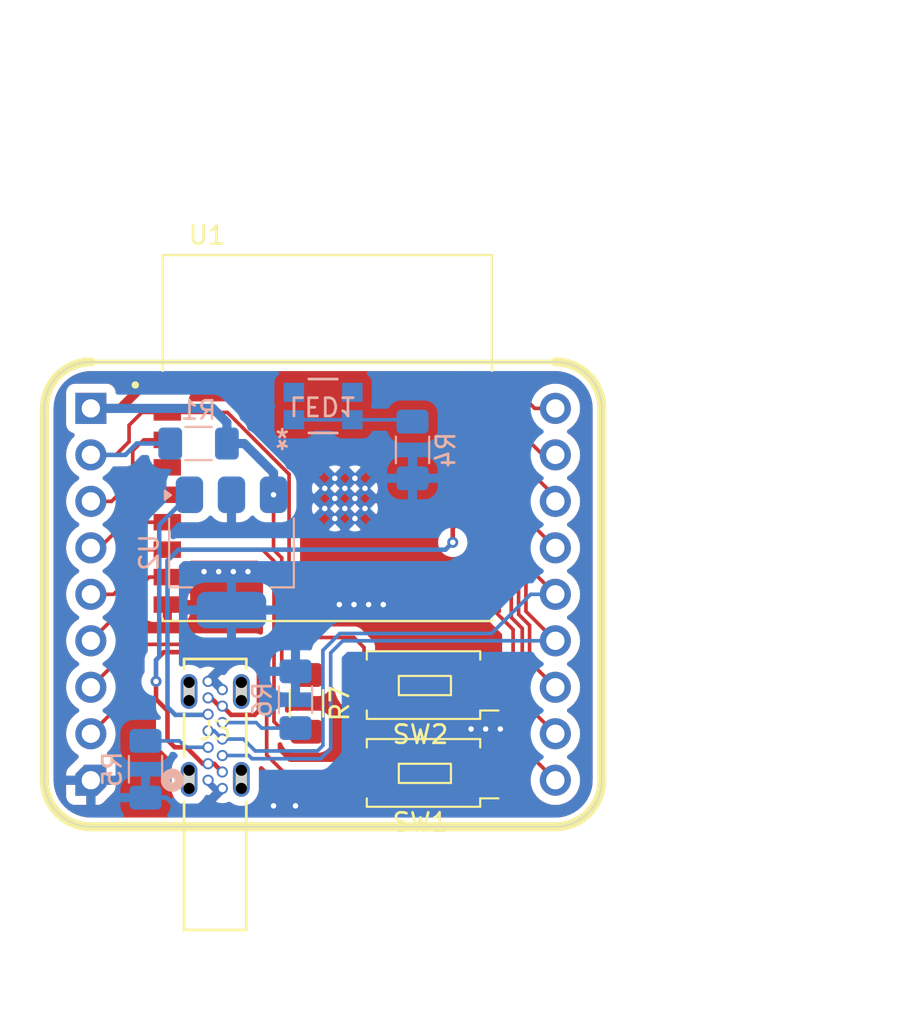
<source format=kicad_pcb>
(kicad_pcb (version 20240108) (generator "pcbnew") (generator_version "8.0")
  (layers (0 "F.Cu" signal) (31 "B.Cu" signal) (34 "B.Paste" user) (35 "F.Paste" user) (36 "B.SilkS" user "B.Silkscreen") (37 "F.SilkS" user "F.Silkscreen") (38 "B.Mask" user) (39 "F.Mask" user) (44 "Edge.Cuts" user))
  (net 0 "")
  (net 1 "GPIO3")
  (net 2 "GND")
  (net 3 "GPIO2")
  (net 4 "GPIO1")
  (net 5 "GPIO0")
  (net 6 "GPIO4")
  (net 7 "VBUS")
  (net 8 "GPIO7")
  (net 9 "USB_D+")
  (net 10 "UART-RX")
  (net 11 "USB_D-")
  (net 12 "GPIO5")
  (net 13 "GPIO8")
  (net 14 "UART-TX")
  (net 15 "GPIO10")
  (net 16 "EN")
  (net 17 "GPIO9")
  (net 18 "3V3")
  (net 19 "GPIO6")
  (net 21 "Net-(LED1-GND-Pad1)")
  (net 22 "Net-(J3-CC2)")
  (net 23 "Net-(J3-CC1)")
  (footprint "Alexander Footprint Library:ESP32-C3-WROOM-02-H4" (layer "F.Cu") (at 156.94 61.1)
    (property "Reference" "U1" (at -6.575 -11.085 0) (layer "F.SilkS"))
    (property "Value" "ESP32-C3-WROOM-02-N4")
    (fp_line (start -9 -10) (end -9 -3.67) (stroke (width 0.127)) (layer "F.SilkS"))
    (fp_line (start -9 10) (end -9 9.87) (stroke (width 0.127)) (layer "F.SilkS"))
    (fp_line (start -9 10) (end 9 10) (stroke (width 0.127)) (layer "F.SilkS"))
    (fp_line (start 9 -10) (end -9 -10) (stroke (width 0.127)) (layer "F.SilkS"))
    (fp_line (start 9 -3.67) (end 9 -10) (stroke (width 0.127)) (layer "F.SilkS"))
    (fp_line (start 9 10) (end 9 9.87) (stroke (width 0.127)) (layer "F.SilkS"))
    (fp_circle (center -10.5 -2.9) (end -10.4 -2.9) (stroke (width 0.2)) (fill none) (layer "F.SilkS"))
    (pad "1" smd rect (at -8.75 -2.9) (size 1.5 0.9) (layers "F.Cu" "F.Paste" "F.Mask") (net 18 "3V3"))
    (pad "2" smd rect (at -8.75 -1.4) (size 1.5 0.9) (layers "F.Cu" "F.Paste" "F.Mask") (net 16 "EN"))
    (pad "3" smd rect (at -8.75 0.1) (size 1.5 0.9) (layers "F.Cu" "F.Paste" "F.Mask") (net 6 "GPIO4"))
    (pad "4" smd rect (at -8.75 1.6) (size 1.5 0.9) (layers "F.Cu" "F.Paste" "F.Mask") (net 12 "GPIO5"))
    (pad "5" smd rect (at -8.75 3.1) (size 1.5 0.9) (layers "F.Cu" "F.Paste" "F.Mask") (net 19 "GPIO6"))
    (pad "6" smd rect (at -8.75 4.6) (size 1.5 0.9) (layers "F.Cu" "F.Paste" "F.Mask") (net 8 "GPIO7"))
    (pad "7" smd rect (at -8.75 6.1) (size 1.5 0.9) (layers "F.Cu" "F.Paste" "F.Mask") (net 13 "GPIO8"))
    (pad "8" smd rect (at -8.75 7.6) (size 1.5 0.9) (layers "F.Cu" "F.Paste" "F.Mask") (net 17 "GPIO9"))
    (pad "9" smd rect (at -8.75 9.1) (size 1.5 0.9) (layers "F.Cu" "F.Paste" "F.Mask") (net 2 "GND"))
    (pad "10" smd rect (at 8.75 9.1) (size 1.5 0.9) (layers "F.Cu" "F.Paste" "F.Mask") (net 15 "GPIO10"))
    (pad "11" smd rect (at 8.75 7.6) (size 1.5 0.9) (layers "F.Cu" "F.Paste" "F.Mask") (net 10 "UART-RX"))
    (pad "12" smd rect (at 8.75 6.1) (size 1.5 0.9) (layers "F.Cu" "F.Paste" "F.Mask") (net 14 "UART-TX"))
    (pad "13" smd rect (at 8.75 4.6) (size 1.5 0.9) (layers "F.Cu" "F.Paste" "F.Mask") (net 11 "USB_D-"))
    (pad "14" smd rect (at 8.75 3.1) (size 1.5 0.9) (layers "F.Cu" "F.Paste" "F.Mask") (net 9 "USB_D+"))
    (pad "15" smd rect (at 8.75 1.6) (size 1.5 0.9) (layers "F.Cu" "F.Paste" "F.Mask") (net 1 "GPIO3"))
    (pad "16" smd rect (at 8.75 0.1) (size 1.5 0.9) (layers "F.Cu" "F.Paste" "F.Mask") (net 3 "GPIO2"))
    (pad "17" smd rect (at 8.75 -1.4) (size 1.5 0.9) (layers "F.Cu" "F.Paste" "F.Mask") (net 4 "GPIO1"))
    (pad "18" smd rect (at 8.75 -2.9) (size 1.5 0.9) (layers "F.Cu" "F.Paste" "F.Mask") (net 5 "GPIO0"))
    (pad "19" smd rect (at -0.14 2.2) (size 0.7 0.7) (layers "F.Cu" "F.Paste" "F.Mask") (net 2 "GND"))
    (pad "20" smd rect (at 0.96 2.2) (size 0.7 0.7) (layers "F.Cu" "F.Paste" "F.Mask") (net 2 "GND"))
    (pad "21" smd rect (at 2.06 2.2) (size 0.7 0.7) (layers "F.Cu" "F.Paste" "F.Mask") (net 2 "GND"))
    (pad "22" smd rect (at -0.14 3.3) (size 0.7 0.7) (layers "F.Cu" "F.Paste" "F.Mask") (net 2 "GND"))
    (pad "23" smd rect (at 0.96 3.3) (size 0.7 0.7) (layers "F.Cu" "F.Paste" "F.Mask") (net 2 "GND"))
    (pad "24" smd rect (at 2.06 3.3) (size 0.7 0.7) (layers "F.Cu" "F.Paste" "F.Mask") (net 2 "GND"))
    (pad "25" smd rect (at -0.14 4.4) (size 0.7 0.7) (layers "F.Cu" "F.Paste" "F.Mask") (net 2 "GND"))
    (pad "26" smd rect (at 0.96 4.4) (size 0.7 0.7) (layers "F.Cu" "F.Paste" "F.Mask") (net 2 "GND"))
    (pad "27" smd rect (at 2.06 4.4) (size 0.7 0.7) (layers "F.Cu" "F.Paste" "F.Mask") (net 2 "GND"))
    (pad "28" thru_hole circle (at 0.41 2.2) (size 0.4 0.4) (drill 0.3) (layers "*.Cu") (net 2 "GND"))
    (pad "29" thru_hole circle (at 1.51 2.2) (size 0.4 0.4) (drill 0.3) (layers "*.Cu") (net 2 "GND"))
    (pad "30" thru_hole circle (at -0.14 2.75) (size 0.4 0.4) (drill 0.3) (layers "*.Cu") (net 2 "GND"))
    (pad "31" thru_hole circle (at 0.96 2.75) (size 0.4 0.4) (drill 0.3) (layers "*.Cu") (net 2 "GND"))
    (pad "32" thru_hole circle (at 2.06 2.75) (size 0.4 0.4) (drill 0.3) (layers "*.Cu") (net 2 "GND"))
    (pad "33" thru_hole circle (at 0.41 3.3) (size 0.4 0.4) (drill 0.3) (layers "*.Cu") (net 2 "GND"))
    (pad "34" thru_hole circle (at 1.51 3.3) (size 0.4 0.4) (drill 0.3) (layers "*.Cu") (net 2 "GND"))
    (pad "35" thru_hole circle (at -0.14 3.85) (size 0.4 0.4) (drill 0.3) (layers "*.Cu") (net 2 "GND"))
    (pad "36" thru_hole circle (at 0.96 3.85) (size 0.4 0.4) (drill 0.3) (layers "*.Cu") (net 2 "GND"))
    (pad "37" thru_hole circle (at 2.06 3.85) (size 0.4 0.4) (drill 0.3) (layers "*.Cu") (net 2 "GND"))
    (pad "38" thru_hole circle (at 0.41 4.4) (size 0.4 0.4) (drill 0.3) (layers "*.Cu") (net 2 "GND"))
    (pad "39" thru_hole circle (at 1.51 4.4) (size 0.4 0.4) (drill 0.3) (layers "*.Cu") (net 2 "GND"))
    (zone (net 0) (net_name "") (layer "F.Cu") (connect_pads (clearance 0)) (min_thickness 0.01)
      (keepout (tracks not_allowed) (vias not_allowed) (pads not_allowed) (copperpour not_allowed) (footprints allowed))
      (fill (thermal_gap 0.508) (thermal_bridge_width 0.508))
      (polygon (pts (xy 147.94 51.1) (xy 165.94 51.1) (xy 165.94 57.1) (xy 147.94 57.1)))
    )
    (zone (net 0) (net_name "") (layer "B.Cu") (connect_pads (clearance 0)) (min_thickness 0.01)
      (keepout (tracks not_allowed) (vias not_allowed) (pads not_allowed) (copperpour not_allowed) (footprints allowed))
      (fill (thermal_gap 0.508) (thermal_bridge_width 0.508))
      (polygon (pts (xy 147.94 51.1) (xy 165.94 51.1) (xy 165.94 57.1) (xy 147.94 57.1)))
    )
  )
  (footprint "Alexander Footprint Library:SW_PUSH_6x3.5mm" (layer "F.Cu") (at 165.45 79.4 180)
    (property "Reference" "SW1" (at 3.42 -2.7 360) (layer "F.SilkS"))
    (property "Value" "SW_Push_SMD_6x3.5")
    (fp_line (start 6.35 1.39) (end 6.35 1.85) (stroke (width 0.12)) (layer "F.SilkS"))
    (fp_line (start 6.35 -1.85) (end 6.35 -1.39) (stroke (width 0.12)) (layer "F.SilkS"))
    (fp_line (start 6.35 -1.85) (end 0.15 -1.85) (stroke (width 0.12)) (layer "F.SilkS"))
    (fp_line (start 0.15 1.85) (end 6.35 1.85) (stroke (width 0.12)) (layer "F.SilkS"))
    (fp_line (start 0.15 1.39) (end 0.15 1.85) (stroke (width 0.12)) (layer "F.SilkS"))
    (fp_line (start 0.15 -1.39) (end -0.85 -1.39) (stroke (width 0.12)) (layer "F.SilkS"))
    (fp_line (start 0.15 -1.85) (end 0.15 -1.39) (stroke (width 0.12)) (layer "F.SilkS"))
    (fp_rect (start 1.75 -0.55) (end 4.6 0.5) (stroke (width 0.12)) (fill none) (layer "F.SilkS"))
    (pad "1" smd rect (at 0 0 270) (size 2.25 2.25) (layers "F.Cu" "F.Paste" "F.Mask") (net 2 "GND"))
    (pad "2" smd oval (at 6.5 0 270) (size 2.25 2.25) (layers "F.Cu" "F.Paste" "F.Mask") (net 17 "GPIO9"))
  )
  (footprint "Alexander Footprint Library:USB-C_KUSBX-SL-CS1N14-B_KYC" (layer "F.Cu") (at 150.419999 79.799999)
    (property "Reference" "J3" (at 0.39 -2.7 0) (layer "F.SilkS"))
    (property "Value" "USB-C_KUSBX-SL-CS1N14-B")
    (fp_circle (center -1.9468 0) (end -1.5658 0) (stroke (width 0.508)) (fill none) (layer "B.SilkS"))
    (fp_line (start -1.3118 -6.627) (end -1.3118 -6.087007) (stroke (width 0.1524)) (layer "F.SilkS"))
    (fp_line (start -1.3118 -3.612992) (end -1.3118 -1.287007) (stroke (width 0.1524)) (layer "F.SilkS"))
    (fp_line (start -1.3118 1.187007) (end -1.3118 8.1812) (stroke (width 0.1524)) (layer "F.SilkS"))
    (fp_line (start -1.3118 8.1812) (end 2.0918 8.1812) (stroke (width 0.1524)) (layer "F.SilkS"))
    (fp_line (start 2.0918 -6.627) (end -1.3118 -6.627) (stroke (width 0.1524)) (layer "F.SilkS"))
    (fp_line (start 2.0918 -6.087007) (end 2.0918 -6.627) (stroke (width 0.1524)) (layer "F.SilkS"))
    (fp_line (start 2.0918 -1.287007) (end 2.0918 -3.612992) (stroke (width 0.1524)) (layer "F.SilkS"))
    (fp_line (start 2.0918 8.1812) (end 2.0918 1.187007) (stroke (width 0.1524)) (layer "F.SilkS"))
    (fp_line (start -1.04 -4.354699) (end -1.04 -5.345299) (stroke (width 0.6096)) (layer "Edge.Cuts"))
    (fp_line (start -1.04 0.4453) (end -1.04 -0.5453) (stroke (width 0.6096)) (layer "Edge.Cuts"))
    (fp_line (start 1.82 -4.354699) (end 1.82 -5.345299) (stroke (width 0.6096)) (layer "Edge.Cuts"))
    (fp_line (start 1.82 0.4453) (end 1.82 -0.5453) (stroke (width 0.6096)) (layer "Edge.Cuts"))
    (pad "" np_thru_hole circle (at -1.04 -5.345299) (size 0.6096 0.6096) (drill 0.6096) (layers))
    (pad "" np_thru_hole circle (at -1.04 -4.354699) (size 0.6096 0.6096) (drill 0.6096) (layers))
    (pad "" np_thru_hole circle (at -1.04 -0.5453) (size 0.6096 0.6096) (drill 0.6096) (layers))
    (pad "" np_thru_hole circle (at -1.04 0.4453) (size 0.6096 0.6096) (drill 0.6096) (layers))
    (pad "" np_thru_hole circle (at 1.82 -5.345299) (size 0.6096 0.6096) (drill 0.6096) (layers))
    (pad "" np_thru_hole circle (at 1.82 -4.354699) (size 0.6096 0.6096) (drill 0.6096) (layers))
    (pad "" np_thru_hole circle (at 1.82 -0.5453) (size 0.6096 0.6096) (drill 0.6096) (layers))
    (pad "" np_thru_hole circle (at 1.82 0.4453) (size 0.6096 0.6096) (drill 0.6096) (layers))
    (pad "A1" thru_hole circle (at 0 0) (size 0.6096 0.6096) (drill 0.4064) (layers "*.Cu" "*.Mask") (net 2 "GND"))
    (pad "A4" thru_hole circle (at 0 -0.900001) (size 0.6096 0.6096) (drill 0.4064) (layers "*.Cu" "*.Mask") (net 7 "VBUS"))
    (pad "A5" thru_hole circle (at 0 -1.799999) (size 0.6096 0.6096) (drill 0.4064) (layers "*.Cu" "*.Mask") (net 23 "Net-(J3-CC1)"))
    (pad "A6" thru_hole circle (at 0 -2.7) (size 0.6096 0.6096) (drill 0.4064) (layers "*.Cu" "*.Mask") (net 9 "USB_D+"))
    (pad "A7" thru_hole circle (at 0 -3.6) (size 0.6096 0.6096) (drill 0.4064) (layers "*.Cu" "*.Mask") (net 11 "USB_D-"))
    (pad "A9" thru_hole circle (at 0 -4.499999) (size 0.6096 0.6096) (drill 0.4064) (layers "*.Cu" "*.Mask") (net 7 "VBUS"))
    (pad "A12" thru_hole circle (at 0 -5.399999) (size 0.6096 0.6096) (drill 0.4064) (layers "*.Cu" "*.Mask") (net 2 "GND"))
    (pad "B1" thru_hole circle (at 0.780001 -4.949999) (size 0.6096 0.6096) (drill 0.4064) (layers "*.Cu" "*.Mask") (net 2 "GND"))
    (pad "B4" thru_hole circle (at 0.780001 -4.049999) (size 0.6096 0.6096) (drill 0.4064) (layers "*.Cu" "*.Mask") (net 7 "VBUS"))
    (pad "B5" thru_hole circle (at 0.780001 -3.149999) (size 0.6096 0.6096) (drill 0.4064) (layers "*.Cu" "*.Mask") (net 22 "Net-(J3-CC2)"))
    (pad "B6" thru_hole circle (at 0.780001 -2.249999) (size 0.6096 0.6096) (drill 0.4064) (layers "*.Cu" "*.Mask") (net 9 "USB_D+"))
    (pad "B7" thru_hole circle (at 0.780001 -1.349999) (size 0.6096 0.6096) (drill 0.4064) (layers "*.Cu" "*.Mask") (net 11 "USB_D-"))
    (pad "B9" thru_hole circle (at 0.780001 -0.449999) (size 0.6096 0.6096) (drill 0.4064) (layers "*.Cu" "*.Mask") (net 7 "VBUS"))
    (pad "B12" thru_hole circle (at 0.780001 0.450001) (size 0.6096 0.6096) (drill 0.4064) (layers "*.Cu" "*.Mask") (net 2 "GND"))
    (pad "S_1" thru_hole oval (at -1.04 -0.05 90) (size 1.905 0.9144) (drill 0.0254) (layers "*.Cu" "*.Mask"))
    (pad "S_2" thru_hole oval (at 1.82 -0.05 90) (size 1.905 0.9144) (drill 0.0254) (layers "*.Cu" "*.Mask"))
    (pad "S_3" thru_hole oval (at -1.04 -4.849999 90) (size 1.905 0.9144) (drill 0.0254) (layers "*.Cu" "*.Mask"))
    (pad "S_4" thru_hole oval (at 1.82 -4.849999 90) (size 1.905 0.9144) (drill 0.0254) (layers "*.Cu" "*.Mask"))
  )
  (footprint "Resistor_SMD:R_1206_3216Metric_Pad1.30x1.75mm_HandSolder" (layer "F.Cu") (at 155.8 75.6 -90)
    (property "Reference" "R7" (at 0 -1.82 90) (layer "F.SilkS"))
    (property "Value" "10k")
    (fp_line (start -0.727064 0.91) (end 0.727064 0.91) (stroke (width 0.12)) (layer "F.SilkS"))
    (fp_line (start -0.727064 -0.91) (end 0.727064 -0.91) (stroke (width 0.12)) (layer "F.SilkS"))
    (pad "1" smd roundrect (at -1.55 0 270) (size 1.3 1.75) (layers "F.Cu" "F.Paste" "F.Mask") (roundrect_rratio 0.192308) (net 18 "3V3"))
    (pad "2" smd roundrect (at 1.55 0 270) (size 1.3 1.75) (layers "F.Cu" "F.Paste" "F.Mask") (roundrect_rratio 0.192308) (net 13 "GPIO8"))
  )
  (footprint "Alexander Footprint Library:Conn_ESP32-C3-WROOM-02" (layer "F.Cu") (at 159.25 64.56)
    (property "Reference" "J2" (hide yes))
    (property "Value" "~")
    (fp_line (start -17.78 -5.08) (end -17.78 15.24) (stroke (width 0.5)) (layer "F.SilkS"))
    (fp_line (start -15.24 -7.62) (end 10.16 -7.62) (stroke (width 0.25)) (layer "F.SilkS"))
    (fp_line (start -15.24 17.78) (end 10.16 17.78) (stroke (width 0.5)) (layer "F.SilkS"))
    (fp_line (start 12.7 -5.08) (end 12.7 15.24) (stroke (width 0.5)) (layer "F.SilkS"))
    (fp_arc (start -17.78 -5.08) (mid -17.036051 -6.876051) (end -15.24 -7.62) (stroke (width 0.5)) (layer "F.SilkS"))
    (fp_arc (start -15.24 17.78) (mid -17.036051 17.036051) (end -17.78 15.24) (stroke (width 0.5)) (layer "F.SilkS"))
    (fp_arc (start 10.16 -7.62) (mid 11.956051 -6.876051) (end 12.7 -5.08) (stroke (width 0.5)) (layer "F.SilkS"))
    (fp_arc (start 12.7 15.24) (mid 11.956051 17.036051) (end 10.16 17.78) (stroke (width 0.5)) (layer "F.SilkS"))
    (fp_line (start -17.78 15.24) (end -17.78 -5.08) (stroke (width 0.05)) (layer "Edge.Cuts"))
    (fp_line (start -15.24 -7.62) (end 10.16 -7.62) (stroke (width 0.05)) (layer "Edge.Cuts"))
    (fp_line (start 10.16 17.78) (end -15.24 17.78) (stroke (width 0.05)) (layer "Edge.Cuts"))
    (fp_line (start 12.7 -5.08) (end 12.7 15.24) (stroke (width 0.05)) (layer "Edge.Cuts"))
    (fp_arc (start -17.78 -5.08) (mid -17.036051 -6.876051) (end -15.24 -7.62) (stroke (width 0.05)) (layer "Edge.Cuts"))
    (fp_arc (start -15.24 17.78) (mid -17.036051 17.036051) (end -17.78 15.24) (stroke (width 0.05)) (layer "Edge.Cuts"))
    (fp_arc (start 10.16 -7.62) (mid 11.956051 -6.876051) (end 12.7 -5.08) (stroke (width 0.05)) (layer "Edge.Cuts"))
    (fp_arc (start 12.7 15.24) (mid 11.956051 17.036051) (end 10.16 17.78) (stroke (width 0.05)) (layer "Edge.Cuts"))
    (pad "1" thru_hole rect (at -15.24 -5.08) (size 1.7 1.7) (drill 1) (layers "*.Cu" "*.Mask") (net 18 "3V3"))
    (pad "2" thru_hole circle (at -15.24 -2.54) (size 1.7 1.7) (drill 1) (layers "*.Cu" "*.Mask") (net 16 "EN"))
    (pad "3" thru_hole circle (at -15.24 0) (size 1.7 1.7) (drill 1) (layers "*.Cu" "*.Mask") (net 6 "GPIO4"))
    (pad "4" thru_hole circle (at -15.24 2.54) (size 1.7 1.7) (drill 1) (layers "*.Cu" "*.Mask") (net 12 "GPIO5"))
    (pad "5" thru_hole circle (at -15.24 5.08) (size 1.7 1.7) (drill 1) (layers "*.Cu" "*.Mask") (net 19 "GPIO6"))
    (pad "6" thru_hole circle (at -15.24 7.62) (size 1.7 1.7) (drill 1) (layers "*.Cu" "*.Mask") (net 8 "GPIO7"))
    (pad "7" thru_hole circle (at -15.24 10.16) (size 1.7 1.7) (drill 1) (layers "*.Cu" "*.Mask") (net 13 "GPIO8"))
    (pad "8" thru_hole circle (at -15.24 12.7) (size 1.7 1.7) (drill 1) (layers "*.Cu" "*.Mask") (net 17 "GPIO9"))
    (pad "9" thru_hole roundrect (at -15.24 15.24) (size 1.7 1.7) (drill 1) (layers "*.Cu" "*.Mask") (roundrect_rratio 0) (chamfer_ratio 0.3) (chamfer top_left bottom_right) (net 2 "GND"))
    (pad "10" thru_hole circle (at 10.16 15.24) (size 1.7 1.7) (drill 1) (layers "*.Cu" "*.Mask") (net 15 "GPIO10"))
    (pad "11" thru_hole circle (at 10.16 12.7) (size 1.7 1.7) (drill 1) (layers "*.Cu" "*.Mask") (net 10 "UART-RX"))
    (pad "12" thru_hole circle (at 10.16 10.16) (size 1.7 1.7) (drill 1) (layers "*.Cu" "*.Mask") (net 14 "UART-TX"))
    (pad "13" thru_hole circle (at 10.16 7.62) (size 1.7 1.7) (drill 1) (layers "*.Cu" "*.Mask") (net 11 "USB_D-"))
    (pad "14" thru_hole circle (at 10.16 5.08) (size 1.7 1.7) (drill 1) (layers "*.Cu" "*.Mask") (net 9 "USB_D+"))
    (pad "15" thru_hole circle (at 10.16 2.54) (size 1.7 1.7) (drill 1) (layers "*.Cu" "*.Mask") (net 1 "GPIO3"))
    (pad "16" thru_hole circle (at 10.16 0) (size 1.7 1.7) (drill 1) (layers "*.Cu" "*.Mask") (net 3 "GPIO2"))
    (pad "17" thru_hole circle (at 10.16 -2.54) (size 1.7 1.7) (drill 1) (layers "*.Cu" "*.Mask") (net 4 "GPIO1"))
    (pad "18" thru_hole circle (at 10.16 -5.08) (size 1.7 1.7) (drill 1) (layers "*.Cu" "*.Mask") (net 5 "GPIO0"))
  )
  (footprint "Alexander Footprint Library:SW_PUSH_6x3.5mm" (layer "F.Cu") (at 165.45 74.6 180)
    (property "Reference" "SW2" (at 3.42 -2.7 0) (layer "F.SilkS"))
    (property "Value" "SW_Push_SMD_6x3.5")
    (fp_line (start 6.35 1.39) (end 6.35 1.85) (stroke (width 0.12)) (layer "F.SilkS"))
    (fp_line (start 6.35 -1.85) (end 6.35 -1.39) (stroke (width 0.12)) (layer "F.SilkS"))
    (fp_line (start 6.35 -1.85) (end 0.15 -1.85) (stroke (width 0.12)) (layer "F.SilkS"))
    (fp_line (start 0.15 1.85) (end 6.35 1.85) (stroke (width 0.12)) (layer "F.SilkS"))
    (fp_line (start 0.15 1.39) (end 0.15 1.85) (stroke (width 0.12)) (layer "F.SilkS"))
    (fp_line (start 0.15 -1.39) (end -0.85 -1.39) (stroke (width 0.12)) (layer "F.SilkS"))
    (fp_line (start 0.15 -1.85) (end 0.15 -1.39) (stroke (width 0.12)) (layer "F.SilkS"))
    (fp_rect (start 1.75 -0.55) (end 4.6 0.5) (stroke (width 0.12)) (fill none) (layer "F.SilkS"))
    (pad "1" smd rect (at 0 0 270) (size 2.25 2.25) (layers "F.Cu" "F.Paste" "F.Mask") (net 2 "GND"))
    (pad "2" smd oval (at 6.5 0 270) (size 2.25 2.25) (layers "F.Cu" "F.Paste" "F.Mask") (net 16 "EN"))
  )
  (footprint "Alexander Footprint Library:B1552_HVK-M" (layer "B.Cu") (at 156.71 59.350001)
    (property "Reference" "LED1" (at 0 0 180) (layer "B.SilkS") (effects (justify mirror)))
    (property "Value" "LED-RED-GREEN-B1552USUG20D")
    (fp_line (start 0.777373 -1.4732) (end -0.777373 -1.4732) (stroke (width 0.1524)) (layer "B.SilkS"))
    (fp_line (start 0.777373 1.4732) (end -0.777373 1.4732) (stroke (width 0.1524)) (layer "B.SilkS"))
    (fp_text user "*" (at -2.2352 1.8041 180) (layer "B.SilkS") (effects (justify mirror)))
    (fp_text user "*" (at -2.2352 1.8041 0) (layer "B.SilkS") (effects (justify mirror)))
    (pad "1" smd rect (at -1.6002 0.750001) (size 1.1176 1.0414) (layers "B.Cu" "B.Paste" "B.Mask") (net 21 "Net-(LED1-GND-Pad1)"))
    (pad "2" smd rect (at -1.6002 -0.750001) (size 1.1176 1.0414) (layers "B.Cu" "B.Paste" "B.Mask") (net 18 "3V3"))
    (pad "3" smd rect (at 1.6002 -0.750001) (size 1.1176 1.0414) (layers "B.Cu" "B.Paste" "B.Mask"))
    (pad "4" smd rect (at 1.6002 0.750001) (size 1.1176 1.0414) (layers "B.Cu" "B.Paste" "B.Mask") (net 21 "Net-(LED1-GND-Pad1)"))
  )
  (footprint "Package_TO_SOT_SMD:SOT-223-3_TabPin2" (layer "B.Cu") (at 151.7 67.35 -90)
    (property "Reference" "U2" (at 0 4.5 90) (layer "B.SilkS") (effects (justify mirror)))
    (property "Value" "AMS1117-3V3")
    (fp_line (start 1.91 3.41) (end -1.85 3.41) (stroke (width 0.12)) (layer "B.SilkS"))
    (fp_line (start 1.91 2.15) (end 1.91 3.41) (stroke (width 0.12)) (layer "B.SilkS"))
    (fp_line (start 1.91 -2.15) (end 1.91 -3.41) (stroke (width 0.12)) (layer "B.SilkS"))
    (fp_line (start 1.91 -3.41) (end -1.85 -3.41) (stroke (width 0.12)) (layer "B.SilkS"))
    (fp_poly (pts (xy -3.13 3.31) (xy -3.37 3.64) (xy -2.89 3.64) (xy -3.13 3.31)) (stroke (width 0.12)) (fill solid) (layer "B.SilkS"))
    (pad "1" smd roundrect (at -3.15 2.3 270) (size 2 1.5) (layers "B.Cu" "B.Paste" "B.Mask") (net 7 "VBUS"))
    (pad "2" smd roundrect (at -3.15 0 270) (size 2 1.5) (layers "B.Cu" "B.Paste" "B.Mask") (net 2 "GND"))
    (pad "2" smd roundrect (at 3.15 0 270) (size 2 3.8) (layers "B.Cu" "B.Paste" "B.Mask") (net 2 "GND"))
    (pad "3" smd roundrect (at -3.15 -2.3 270) (size 2 1.5) (layers "B.Cu" "B.Paste" "B.Mask") (net 18 "3V3"))
  )
  (footprint "Resistor_SMD:R_1206_3216Metric_Pad1.30x1.75mm_HandSolder" (layer "B.Cu") (at 149.9 61.4 180)
    (property "Reference" "R1" (at 0 1.82 0) (layer "B.SilkS") (effects (justify mirror)))
    (property "Value" "10k")
    (fp_line (start 0.727064 0.91) (end -0.727064 0.91) (stroke (width 0.12)) (layer "B.SilkS"))
    (fp_line (start 0.727064 -0.91) (end -0.727064 -0.91) (stroke (width 0.12)) (layer "B.SilkS"))
    (pad "1" smd roundrect (at -1.55 0 180) (size 1.3 1.75) (layers "B.Cu" "B.Paste" "B.Mask") (roundrect_rratio 0.192308) (net 18 "3V3"))
    (pad "2" smd roundrect (at 1.55 0 180) (size 1.3 1.75) (layers "B.Cu" "B.Paste" "B.Mask") (roundrect_rratio 0.192308) (net 16 "EN"))
  )
  (footprint "Resistor_SMD:R_1206_3216Metric_Pad1.30x1.75mm_HandSolder" (layer "B.Cu") (at 147 79.2 -90)
    (property "Reference" "R5" (at 0 1.82 90) (layer "B.SilkS") (effects (justify mirror)))
    (property "Value" "5k1")
    (fp_line (start 0.727064 0.91) (end -0.727064 0.91) (stroke (width 0.12)) (layer "B.SilkS"))
    (fp_line (start 0.727064 -0.91) (end -0.727064 -0.91) (stroke (width 0.12)) (layer "B.SilkS"))
    (pad "1" smd roundrect (at -1.55 0 270) (size 1.3 1.75) (layers "B.Cu" "B.Paste" "B.Mask") (roundrect_rratio 0.192308) (net 23 "Net-(J3-CC1)"))
    (pad "2" smd roundrect (at 1.55 0 270) (size 1.3 1.75) (layers "B.Cu" "B.Paste" "B.Mask") (roundrect_rratio 0.192308) (net 2 "GND"))
  )
  (footprint "Resistor_SMD:R_1206_3216Metric_Pad1.30x1.75mm_HandSolder" (layer "B.Cu") (at 161.6 61.75 90)
    (property "Reference" "R4" (at 0 1.82 90) (layer "B.SilkS") (effects (justify mirror)))
    (property "Value" "5k1")
    (fp_line (start 0.727064 -0.91) (end -0.727064 -0.91) (stroke (width 0.12)) (layer "B.SilkS"))
    (fp_line (start 0.727064 0.91) (end -0.727064 0.91) (stroke (width 0.12)) (layer "B.SilkS"))
    (pad "1" smd roundrect (at -1.55 0 90) (size 1.3 1.75) (layers "B.Cu" "B.Paste" "B.Mask") (roundrect_rratio 0.192308) (net 2 "GND"))
    (pad "2" smd roundrect (at 1.55 0 90) (size 1.3 1.75) (layers "B.Cu" "B.Paste" "B.Mask") (roundrect_rratio 0.192308) (net 21 "Net-(LED1-GND-Pad1)"))
  )
  (footprint "Resistor_SMD:R_1206_3216Metric_Pad1.30x1.75mm_HandSolder" (layer "B.Cu") (at 155.2 75.4 -90)
    (property "Reference" "R6" (at 0 1.82 90) (layer "B.SilkS") (effects (justify mirror)))
    (property "Value" "5k1")
    (fp_line (start 0.727064 0.91) (end -0.727064 0.91) (stroke (width 0.12)) (layer "B.SilkS"))
    (fp_line (start 0.727064 -0.91) (end -0.727064 -0.91) (stroke (width 0.12)) (layer "B.SilkS"))
    (pad "1" smd roundrect (at -1.55 0 270) (size 1.3 1.75) (layers "B.Cu" "B.Paste" "B.Mask") (roundrect_rratio 0.192308) (net 2 "GND"))
    (pad "2" smd roundrect (at 1.55 0 270) (size 1.3 1.75) (layers "B.Cu" "B.Paste" "B.Mask") (roundrect_rratio 0.192308) (net 22 "Net-(J3-CC2)"))
  )
  (segment (start 167.2 62.7) (end 167.8 63.3) (width 0.2) (layer "F.Cu") (net 1))
  (segment (start 165.69 62.7) (end 167.2 62.7) (width 0.2) (layer "F.Cu") (net 1))
  (segment (start 167.8 63.3) (end 167.8 65.49) (width 0.2) (layer "F.Cu") (net 1))
  (segment (start 167.8 65.49) (end 169.41 67.1) (width 0.2) (layer "F.Cu") (net 1))
  (via (at 151 68.4) (size 0.6) (drill 0.3) (layers "F.Cu" "B.Cu") (net 2))
  (via (at 166.4 77) (size 0.6) (drill 0.3) (layers "F.Cu" "B.Cu") (net 2))
  (via (at 157.6 70.2) (size 0.6) (drill 0.3) (layers "F.Cu" "B.Cu") (net 2))
  (via (at 164.8 77) (size 0.6) (drill 0.3) (layers "F.Cu" "B.Cu") (net 2))
  (via (at 151.8 68.4) (size 0.6) (drill 0.3) (layers "F.Cu" "B.Cu") (net 2))
  (via (at 159.2 70.2) (size 0.6) (drill 0.3) (layers "F.Cu" "B.Cu") (net 2))
  (via (at 154 81.2) (size 0.6) (drill 0.3) (layers "F.Cu" "B.Cu") (net 2))
  (via (at 155.2 81.2) (size 0.6) (drill 0.3) (layers "F.Cu" "B.Cu") (net 2))
  (via (at 158.4 70.2) (size 0.6) (drill 0.3) (layers "F.Cu" "B.Cu") (net 2))
  (via (at 165.6 77) (size 0.6) (drill 0.3) (layers "F.Cu" "B.Cu") (net 2))
  (via (at 160 70.2) (size 0.6) (drill 0.3) (layers "F.Cu" "B.Cu") (net 2))
  (via (at 152.6 68.4) (size 0.6) (drill 0.3) (layers "F.Cu" "B.Cu") (net 2))
  (via (at 150.2 68.4) (size 0.6) (drill 0.3) (layers "F.Cu" "B.Cu") (net 2))
  (segment (start 150.419999 79.799999) (end 150.87 80.25) (width 0.25) (layer "B.Cu") (net 2))
  (segment (start 151.2 74.85) (end 150.75 74.4) (width 0.5) (layer "B.Cu") (net 2))
  (segment (start 148.15 80.75) (end 147 80.75) (width 0.25) (layer "B.Cu") (net 2))
  (segment (start 150.25 81.2) (end 148.6 81.2) (width 0.25) (layer "B.Cu") (net 2))
  (segment (start 147.402499 81.152499) (end 147 80.75) (width 0.5) (layer "B.Cu") (net 2))
  (segment (start 151.2 80.25) (end 150.25 81.2) (width 0.25) (layer "B.Cu") (net 2))
  (segment (start 148.6 81.2) (end 148.15 80.75) (width 0.25) (layer "B.Cu") (net 2))
  (segment (start 150.87 80.25) (end 151.2 80.25) (width 0.25) (layer "B.Cu") (net 2))
  (segment (start 150.75 74.4) (end 150.419999 74.4) (width 0.5) (layer "B.Cu") (net 2))
  (segment (start 165.69 61.2) (end 166.3 61.2) (width 0.2) (layer "F.Cu") (net 3))
  (segment (start 166.3 61.2) (end 169.41 64.31) (width 0.2) (layer "F.Cu") (net 3))
  (segment (start 169.41 64.31) (end 169.41 64.56) (width 0.2) (layer "F.Cu") (net 3))
  (segment (start 165.69 59.7) (end 166.4 59.7) (width 0.2) (layer "F.Cu") (net 4))
  (segment (start 166.4 59.7) (end 168.72 62.02) (width 0.2) (layer "F.Cu") (net 4))
  (segment (start 168.72 62.02) (end 169.41 62.02) (width 0.2) (layer "F.Cu") (net 4))
  (segment (start 168.28 59.48) (end 167 58.2) (width 0.2) (layer "F.Cu") (net 5))
  (segment (start 167 58.2) (end 165.69 58.2) (width 0.2) (layer "F.Cu") (net 5))
  (segment (start 169.41 59.48) (end 168.28 59.48) (width 0.2) (layer "F.Cu") (net 5))
  (segment (start 148.19 61.2) (end 146.9 61.2) (width 0.2) (layer "F.Cu") (net 6))
  (segment (start 146.9 61.2) (end 146.3 61.8) (width 0.2) (layer "F.Cu") (net 6))
  (segment (start 146.3 63.4) (end 145.14 64.56) (width 0.2) (layer "F.Cu") (net 6))
  (segment (start 146.3 61.8) (end 146.3 63.4) (width 0.2) (layer "F.Cu") (net 6))
  (segment (start 145.14 64.56) (end 144.01 64.56) (width 0.2) (layer "F.Cu") (net 6))
  (segment (start 150.582551 75.3) (end 151.032551 75.75) (width 0.25) (layer "F.Cu") (net 7))
  (segment (start 151.6775 76.2275) (end 151.2 75.75) (width 0.25) (layer "F.Cu") (net 7))
  (segment (start 152.9725 76.2275) (end 151.6775 76.2275) (width 0.25) (layer "F.Cu") (net 7))
  (segment (start 147.575 75.375) (end 148.2 76) (width 0.25) (layer "F.Cu") (net 7))
  (segment (start 148.2 77.6) (end 148.6 78) (width 0.25) (layer "F.Cu") (net 7))
  (segment (start 147.575 74.4) (end 147.575 73.225) (width 0.25) (layer "F.Cu") (net 7))
  (segment (start 149.231498 78) (end 150.131496 78.899998) (width 0.25) (layer "F.Cu") (net 7))
  (segment (start 150.131496 78.899998) (end 150.429325 78.899998) (width 0.25) (layer "F.Cu") (net 7))
  (segment (start 148.6 78) (end 149.231498 78) (width 0.25) (layer "F.Cu") (net 7))
  (segment (start 150.749998 78.899998) (end 150.419999 78.899998) (width 0.25) (layer "F.Cu") (net 7))
  (segment (start 148 72.8) (end 152.8 72.8) (width 0.25) (layer "F.Cu") (net 7))
  (segment (start 153.2 76) (end 152.9725 76.2275) (width 0.25) (layer "F.Cu") (net 7))
  (segment (start 151.032551 75.75) (end 151.2 75.75) (width 0.25) (layer "F.Cu") (net 7))
  (segment (start 153.2 73.2) (end 153.2 76) (width 0.25) (layer "F.Cu") (net 7))
  (segment (start 150.749998 78.899998) (end 151.2 79.35) (width 0.25) (layer "F.Cu") (net 7))
  (segment (start 148.2 76) (end 148.2 77.6) (width 0.25) (layer "F.Cu") (net 7))
  (segment (start 147.575 74.4) (end 147.575 75.375) (width 0.25) (layer "F.Cu") (net 7))
  (segment (start 152.8 72.8) (end 153.2 73.2) (width 0.25) (layer "F.Cu") (net 7))
  (segment (start 147.575 73.225) (end 148 72.8) (width 0.25) (layer "F.Cu") (net 7))
  (segment (start 150.419999 78.899998) (end 150.6 78.899998) (width 0.25) (layer "F.Cu") (net 7))
  (via (at 147.575 74.4) (size 0.6) (drill 0.3) (layers "F.Cu" "B.Cu") (net 7))
  (segment (start 147.75 73.05) (end 147.75 65.85) (width 0.25) (layer "B.Cu") (net 7))
  (segment (start 147.575 74.4) (end 147.575 73.225) (width 0.25) (layer "B.Cu") (net 7))
  (segment (start 147.75 65.85) (end 149.4 64.2) (width 0.25) (layer "B.Cu") (net 7))
  (segment (start 147.575 73.225) (end 147.75 73.05) (width 0.25) (layer "B.Cu") (net 7))
  (segment (start 148.19 65.7) (end 147.015686 65.7) (width 0.2) (layer "F.Cu") (net 8))
  (segment (start 146.1 66.615686) (end 146.1 69.358628) (width 0.2) (layer "F.Cu") (net 8))
  (segment (start 146.1 69.358628) (end 145.8 69.658628) (width 0.2) (layer "F.Cu") (net 8))
  (segment (start 145.8 69.658628) (end 145.8 70.39) (width 0.2) (layer "F.Cu") (net 8))
  (segment (start 147.015686 65.7) (end 146.1 66.615686) (width 0.2) (layer "F.Cu") (net 8))
  (segment (start 145.8 70.39) (end 144.01 72.18) (width 0.2) (layer "F.Cu") (net 8))
  (segment (start 167.8 66.055686) (end 167.8 68.03) (width 0.2) (layer "F.Cu") (net 9))
  (segment (start 165.69 64.2) (end 167.1 64.2) (width 0.2) (layer "F.Cu") (net 9))
  (segment (start 167.8 68.03) (end 169.41 69.64) (width 0.2) (layer "F.Cu") (net 9))
  (segment (start 167.4 64.5) (end 167.4 65.655686) (width 0.2) (layer "F.Cu") (net 9))
  (segment (start 167.1 64.2) (end 167.4 64.5) (width 0.2) (layer "F.Cu") (net 9))
  (segment (start 167.4 65.655686) (end 167.8 66.055686) (width 0.2) (layer "F.Cu") (net 9))
  (segment (start 150.749999 77.099999) (end 151.2 77.55) (width 0.2) (layer "B.Cu") (net 9))
  (segment (start 165.92 71.78) (end 168.06 69.64) (width 0.2) (layer "B.Cu") (net 9))
  (segment (start 153 78.2) (end 156.4 78.2) (width 0.2) (layer "B.Cu") (net 9))
  (segment (start 156.4 78.2) (end 156.7 77.9) (width 0.2) (layer "B.Cu") (net 9))
  (segment (start 156.7 72.7) (end 157.62 71.78) (width 0.2) (layer "B.Cu") (net 9))
  (segment (start 151.2 77.55) (end 152.35 77.55) (width 0.2) (layer "B.Cu") (net 9))
  (segment (start 157.62 71.78) (end 165.92 71.78) (width 0.2) (layer "B.Cu") (net 9))
  (segment (start 156.7 77.9) (end 156.7 72.7) (width 0.2) (layer "B.Cu") (net 9))
  (segment (start 152.35 77.55) (end 153 78.2) (width 0.2) (layer "B.Cu") (net 9))
  (segment (start 150.419999 77.099999) (end 150.749999 77.099999) (width 0.2) (layer "B.Cu") (net 9))
  (segment (start 168.06 69.64) (end 169.41 69.64) (width 0.2) (layer "B.Cu") (net 9))
  (segment (start 167 69.71) (end 167 70.901372) (width 0.2) (layer "F.Cu") (net 10))
  (segment (start 167.6 71.501372) (end 167.6 75.45) (width 0.2) (layer "F.Cu") (net 10))
  (segment (start 165.99 68.7) (end 167 69.71) (width 0.2) (layer "F.Cu") (net 10))
  (segment (start 165.69 68.7) (end 165.99 68.7) (width 0.2) (layer "F.Cu") (net 10))
  (segment (start 167 70.901372) (end 167.6 71.501372) (width 0.2) (layer "F.Cu") (net 10))
  (segment (start 167.6 75.45) (end 169.41 77.26) (width 0.2) (layer "F.Cu") (net 10))
  (segment (start 164.1 65.7) (end 165.69 65.7) (width 0.25) (layer "F.Cu") (net 11))
  (segment (start 167.4 67.11) (end 167.4 68.195686) (width 0.2) (layer "F.Cu") (net 11))
  (segment (start 167.4 68.195686) (end 167.8 68.595686) (width 0.2) (layer "F.Cu") (net 11))
  (segment (start 163.8 66.8) (end 163.8 66) (width 0.25) (layer "F.Cu") (net 11))
  (segment (start 165.69 65.7) (end 165.99 65.7) (width 0.2) (layer "F.Cu") (net 11))
  (segment (start 167.8 68.595686) (end 167.8 70.57) (width 0.2) (layer "F.Cu") (net 11))
  (segment (start 165.99 65.7) (end 167.4 67.11) (width 0.2) (layer "F.Cu") (net 11))
  (segment (start 167.8 70.57) (end 169.41 72.18) (width 0.2) (layer "F.Cu") (net 11))
  (segment (start 163.8 66) (end 164.1 65.7) (width 0.25) (layer "F.Cu") (net 11))
  (via (at 163.8 66.8) (size 0.6) (drill 0.3) (layers "F.Cu" "B.Cu") (net 11))
  (segment (start 163.4 67.2) (end 148.8 67.2) (width 0.25) (layer "B.Cu") (net 11))
  (segment (start 148.8 67.2) (end 148.2 67.8) (width 0.25) (layer "B.Cu") (net 11))
  (segment (start 157.125 73.255) (end 157.125 72.840686) (width 0.2) (layer "B.Cu") (net 11))
  (segment (start 148.6275 76.2275) (end 150.392498 76.2275) (width 0.25) (layer "B.Cu") (net 11))
  (segment (start 148.2 75.8) (end 148.6275 76.2275) (width 0.25) (layer "B.Cu") (net 11))
  (segment (start 163.8 66.8) (end 163.4 67.2) (width 0.25) (layer "B.Cu") (net 11))
  (segment (start 150.392498 76.2275) (end 150.419999 76.199999) (width 0.25) (layer "B.Cu") (net 11))
  (segment (start 151.2 78.45) (end 152.648959 78.45) (width 0.2) (layer "B.Cu") (net 11))
  (segment (start 156.576041 78.625) (end 157.125 78.076041) (width 0.2) (layer "B.Cu") (net 11))
  (segment (start 157.785686 72.18) (end 169.41 72.18) (width 0.2) (layer "B.Cu") (net 11))
  (segment (start 157.125 78.076041) (end 157.125 73.255) (width 0.2) (layer "B.Cu") (net 11))
  (segment (start 148.2 67.8) (end 148.2 75.8) (width 0.25) (layer "B.Cu") (net 11))
  (segment (start 152.823959 78.625) (end 156.576041 78.625) (width 0.2) (layer "B.Cu") (net 11))
  (segment (start 152.648959 78.45) (end 152.823959 78.625) (width 0.2) (layer "B.Cu") (net 11))
  (segment (start 157.125 72.840686) (end 157.785686 72.18) (width 0.2) (layer "B.Cu") (net 11))
  (segment (start 148.19 62.7) (end 147.1 62.7) (width 0.2) (layer "F.Cu") (net 12))
  (segment (start 145.8 65.784314) (end 144.484314 67.1) (width 0.2) (layer "F.Cu") (net 12))
  (segment (start 146.7 63.1) (end 146.7 63.565686) (width 0.2) (layer "F.Cu") (net 12))
  (segment (start 146.7 63.565686) (end 145.8 64.465686) (width 0.2) (layer "F.Cu") (net 12))
  (segment (start 145.8 64.465686) (end 145.8 65.784314) (width 0.2) (layer "F.Cu") (net 12))
  (segment (start 144.484314 67.1) (end 144.01 67.1) (width 0.2) (layer "F.Cu") (net 12))
  (segment (start 147.1 62.7) (end 146.7 63.1) (width 0.2) (layer "F.Cu") (net 12))
  (segment (start 153.4 67.2) (end 154.025 67.825) (width 0.2) (layer "F.Cu") (net 13))
  (segment (start 154.025 76.6) (end 154.025 73) (width 0.2) (layer "F.Cu") (net 13))
  (segment (start 146.2 69.824313) (end 146.2 70.555686) (width 0.2) (layer "F.Cu") (net 13))
  (segment (start 145.6 71.155686) (end 145.6 73.13) (width 0.2) (layer "F.Cu") (net 13))
  (segment (start 145.6 73.13) (end 144.01 74.72) (width 0.2) (layer "F.Cu") (net 13))
  (segment (start 146.499999 69.524314) (end 146.2 69.824313) (width 0.2) (layer "F.Cu") (net 13))
  (segment (start 146.2 70.555686) (end 145.6 71.155686) (width 0.2) (layer "F.Cu") (net 13))
  (segment (start 154.025 73) (end 154.025 72.858273) (width 0.2) (layer "F.Cu") (net 13))
  (segment (start 146.5 67.6) (end 146.499999 69.524314) (width 0.2) (layer "F.Cu") (net 13))
  (segment (start 148.19 67.2) (end 153.4 67.2) (width 0.2) (layer "F.Cu") (net 13))
  (segment (start 148.19 67.2) (end 146.9 67.2) (width 0.2) (layer "F.Cu") (net 13))
  (segment (start 146.9 67.2) (end 146.5 67.6) (width 0.2) (layer "F.Cu") (net 13))
  (segment (start 155.8 77.15) (end 154.575 77.15) (width 0.2) (layer "F.Cu") (net 13))
  (segment (start 154.575 77.15) (end 154.025 76.6) (width 0.2) (layer "F.Cu") (net 13))
  (segment (start 154.025 67.825) (end 154.025 73) (width 0.2) (layer "F.Cu") (net 13))
  (segment (start 167.4 68.761372) (end 167.4 70.735686) (width 0.2) (layer "F.Cu") (net 14))
  (segment (start 167.4 70.735686) (end 168 71.335686) (width 0.2) (layer "F.Cu") (net 14))
  (segment (start 165.69 67.2) (end 166.3 67.2) (width 0.2) (layer "F.Cu") (net 14))
  (segment (start 167 68.361372) (end 167.4 68.761372) (width 0.2) (layer "F.Cu") (net 14))
  (segment (start 168 71.335686) (end 168 73.31) (width 0.2) (layer "F.Cu") (net 14))
  (segment (start 167 67.9) (end 167 68.361372) (width 0.2) (layer "F.Cu") (net 14))
  (segment (start 166.3 67.2) (end 167 67.9) (width 0.2) (layer "F.Cu") (net 14))
  (segment (start 168 73.31) (end 169.41 74.72) (width 0.2) (layer "F.Cu") (net 14))
  (segment (start 167.9 76.315686) (end 167.9 78.29) (width 0.2) (layer "F.Cu") (net 15))
  (segment (start 165.732942 70.2) (end 167.1 71.567058) (width 0.2) (layer "F.Cu") (net 15))
  (segment (start 167.9 78.29) (end 169.41 79.8) (width 0.2) (layer "F.Cu") (net 15))
  (segment (start 165.69 70.2) (end 165.732942 70.2) (width 0.2) (layer "F.Cu") (net 15))
  (segment (start 167.1 71.567058) (end 167.1 75.515686) (width 0.2) (layer "F.Cu") (net 15))
  (segment (start 167.1 75.515686) (end 167.9 76.315686) (width 0.2) (layer "F.Cu") (net 15))
  (segment (start 158.95 72.55) (end 158.95 74.6) (width 0.2) (layer "F.Cu") (net 16))
  (segment (start 148.19 59.7) (end 151.475 59.7) (width 0.2) (layer "F.Cu") (net 16))
  (segment (start 146.8 59.7) (end 146.1 60.4) (width 0.2) (layer "F.Cu") (net 16))
  (segment (start 154.85 63.075) (end 154.85 71.45) (width 0.2) (layer "F.Cu") (net 16))
  (segment (start 145.38 62.02) (end 144.01 62.02) (width 0.2) (layer "F.Cu") (net 16))
  (segment (start 151.475 59.7) (end 154.85 63.075) (width 0.2) (layer "F.Cu") (net 16))
  (segment (start 146.1 60.4) (end 146.1 61.3) (width 0.2) (layer "F.Cu") (net 16))
  (segment (start 155.4 72) (end 158.4 72) (width 0.2) (layer "F.Cu") (net 16))
  (segment (start 154.85 71.45) (end 155.4 72) (width 0.2) (layer "F.Cu") (net 16))
  (segment (start 148.19 59.7) (end 146.8 59.7) (width 0.2) (layer "F.Cu") (net 16))
  (segment (start 146.1 61.3) (end 145.38 62.02) (width 0.2) (layer "F.Cu") (net 16))
  (segment (start 158.4 72) (end 158.95 72.55) (width 0.2) (layer "F.Cu") (net 16))
  (segment (start 148.35 61.4) (end 146.52 61.4) (width 0.25) (layer "B.Cu") (net 16))
  (segment (start 144.01 62.02) (end 145.9 62.02) (width 0.25) (layer "B.Cu") (net 16))
  (segment (start 146.52 61.4) (end 145.9 62.02) (width 0.25) (layer "B.Cu") (net 16))
  (segment (start 146 73.2) (end 146.047843 73.247843) (width 0.2) (layer "F.Cu") (net 17))
  (segment (start 146.9 69) (end 146.9 69.69) (width 0.2) (layer "F.Cu") (net 17))
  (segment (start 145.8 75.47) (end 144.01 77.26) (width 0.2) (layer "F.Cu") (net 17))
  (segment (start 153.625 78.425) (end 153.625 73.023959) (width 0.2) (layer "F.Cu") (net 17))
  (segment (start 148.19 68.7) (end 147.2 68.7) (width 0.2) (layer "F.Cu") (net 17))
  (segment (start 158.95 79.4) (end 154.6 79.4) (width 0.2) (layer "F.Cu") (net 17))
  (segment (start 153.625 73.023959) (end 152.976041 72.375) (width 0.2) (layer "F.Cu") (net 17))
  (segment (start 146.665685 69.924314) (end 146.6 69.989999) (width 0.2) (layer "F.Cu") (net 17))
  (segment (start 152.976041 72.375) (end 146.920686 72.375) (width 0.2) (layer "F.Cu") (net 17))
  (segment (start 146.920686 72.375) (end 146.347843 72.947843) (width 0.2) (layer "F.Cu") (net 17))
  (segment (start 145.8 73.495686) (end 145.8 75.47) (width 0.2) (layer "F.Cu") (net 17))
  (segment (start 146.9 69.69) (end 146.665685 69.924314) (width 0.2) (layer "F.Cu") (net 17))
  (segment (start 147.2 68.7) (end 146.9 69) (width 0.2) (layer "F.Cu") (net 17))
  (segment (start 146.6 70.721372) (end 146 71.321372) (width 0.2) (layer "F.Cu") (net 17))
  (segment (start 154.6 79.4) (end 153.625 78.425) (width 0.2) (layer "F.Cu") (net 17))
  (segment (start 146.347843 72.947843) (end 145.8 73.495686) (width 0.2) (layer "F.Cu") (net 17))
  (segment (start 146.6 69.989999) (end 146.6 70.721372) (width 0.2) (layer "F.Cu") (net 17))
  (segment (start 146 71.321372) (end 146 73.2) (width 0.2) (layer "F.Cu") (net 17))
  (segment (start 146.9 58.2) (end 145.62 59.48) (width 0.5) (layer "F.Cu") (net 18))
  (segment (start 154 67.19896) (end 154 64.2) (width 0.2) (layer "F.Cu") (net 18))
  (segment (start 154.45 73.8) (end 154.45 67.64896) (width 0.2) (layer "F.Cu") (net 18))
  (segment (start 145.62 59.48) (end 144.01 59.48) (width 0.5) (layer "F.Cu") (net 18))
  (segment (start 154.45 67.64896) (end 154 67.19896) (width 0.2) (layer "F.Cu") (net 18))
  (segment (start 155.8 74.05) (end 154.7 74.05) (width 0.2) (layer "F.Cu") (net 18))
  (segment (start 148.19 58.2) (end 146.9 58.2) (width 0.5) (layer "F.Cu") (net 18))
  (segment (start 154.7 74.05) (end 154.45 73.8) (width 0.2) (layer "F.Cu") (net 18))
  (via (at 154 64.2) (size 0.6) (drill 0.3) (layers "F.Cu" "B.Cu") (net 18))
  (segment (start 150.68 59.48) (end 151.45 60.25) (width 0.5) (layer "B.Cu") (net 18))
  (segment (start 152.4 61.4) (end 154 63) (width 0.5) (layer "B.Cu") (net 18))
  (segment (start 154 63) (end 154 64.2) (width 0.5) (layer "B.Cu") (net 18))
  (segment (start 144.03 59.5) (end 144.01 59.48) (width 0.2) (layer "B.Cu") (net 18))
  (segment (start 144.01 59.48) (end 150.68 59.48) (width 0.5) (layer "B.Cu") (net 18))
  (segment (start 151.45 60.25) (end 151.45 61.4) (width 0.5) (layer "B.Cu") (net 18))
  (segment (start 151.45 61.4) (end 152.4 61.4) (width 0.5) (layer "B.Cu") (net 18))
  (segment (start 146.2 64.8) (end 146.2 65.95) (width 0.2) (layer "F.Cu") (net 19))
  (segment (start 145.7 69.192942) (end 145.252942 69.64) (width 0.2) (layer "F.Cu") (net 19))
  (segment (start 148.19 64.2) (end 146.8 64.2) (width 0.2) (layer "F.Cu") (net 19))
  (segment (start 145.7 66.45) (end 145.7 69.192942) (width 0.2) (layer "F.Cu") (net 19))
  (segment (start 145.252942 69.64) (end 144.01 69.64) (width 0.2) (layer "F.Cu") (net 19))
  (segment (start 146.2 65.95) (end 145.7 66.45) (width 0.2) (layer "F.Cu") (net 19))
  (segment (start 146.8 64.2) (end 146.2 64.8) (width 0.2) (layer "F.Cu") (net 19))
  (segment (start 161.500002 60.100002) (end 161.6 60.2) (width 0.2) (layer "B.Cu") (net 21))
  (segment (start 155.1098 60.100002) (end 158.3102 60.100002) (width 0.2) (layer "B.Cu") (net 21))
  (segment (start 158.3102 60.100002) (end 161.500002 60.100002) (width 0.2) (layer "B.Cu") (net 21))
  (segment (start 153.35 76.95) (end 155.2 76.95) (width 0.2) (layer "B.Cu") (net 22))
  (segment (start 151.2 76.65) (end 153.05 76.65) (width 0.2) (layer "B.Cu") (net 22))
  (segment (start 153.05 76.65) (end 153.35 76.95) (width 0.2) (layer "B.Cu") (net 22))
  (segment (start 150.419999 78) (end 149.2 78) (width 0.2) (layer "B.Cu") (net 23))
  (segment (start 149.2 78) (end 148.85 77.65) (width 0.2) (layer "B.Cu") (net 23))
  (segment (start 148.85 77.65) (end 147 77.65) (width 0.2) (layer "B.Cu") (net 23))
  (zone (net 2) (net_name "GND") (layer "F.Cu") (connect_pads (clearance 0.5)) (min_thickness 0.25) (fill yes (thermal_gap 0.5) (thermal_bridge_width 0.5))
    (polygon (pts (xy 141.1 56.6) (xy 172.6 56.6) (xy 172.6 83) (xy 141 83)))
  )
  (zone (net 2) (net_name "GND") (layer "B.Cu") (priority 1) (connect_pads (clearance 0.5)) (min_thickness 0.25) (fill yes (thermal_gap 0.5) (thermal_bridge_width 0.5))
    (polygon (pts (xy 141.1 56.5) (xy 172.6 56.6) (xy 172.6 83) (xy 141 83.1)))
  )
)
</source>
